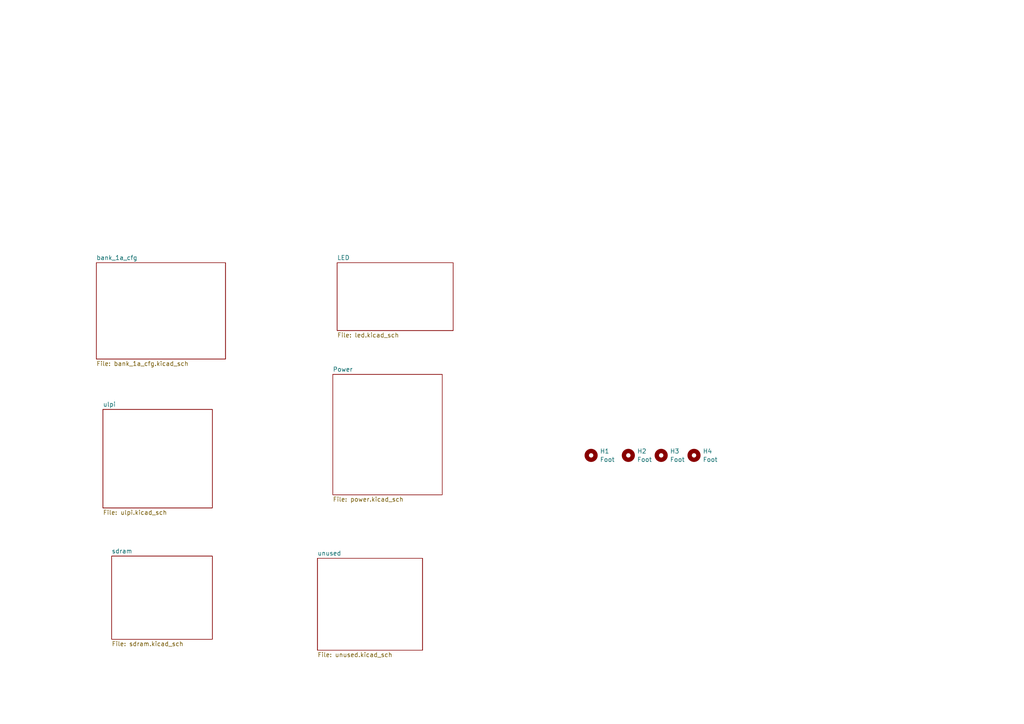
<source format=kicad_sch>
(kicad_sch (version 20230121) (generator eeschema)
  (paper "A4")
  (lib_symbols
    (symbol "Mechanical:MountingHole" (pin_names (offset 1.016))
      (property "Reference" "H" (at 0 5.08 0))
      (property "Value" "MountingHole" (at 0 3.175 0))
      (symbol "MountingHole_0_1"
        (circle (center 0 0) (radius 1.27) (stroke (width 1.27)))
      )
    )
  )
  (symbol (lib_id "Mechanical:MountingHole") (at 191.77 132.08 0) (unit 1)
    (property "Reference" "H3" (at 194.31 130.8679 0) (effects (justify left)))
    (property "Value" "Foot" (at 194.31 133.2921 0) (effects (justify left)))
    (property "Footprint" "proj_footprints:foot_ff-13" (effects hide))
  )
  (symbol (lib_id "Mechanical:MountingHole") (at 171.45 132.08 0) (unit 1)
    (property "Reference" "H1" (at 173.99 130.8679 0) (effects (justify left)))
    (property "Value" "Foot" (at 173.99 133.2921 0) (effects (justify left)))
    (property "Footprint" "proj_footprints:foot_ff-13" (effects hide))
  )
  (symbol (lib_id "Mechanical:MountingHole") (at 201.295 132.08 0) (unit 1)
    (property "Reference" "H4" (at 203.835 130.8679 0) (effects (justify left)))
    (property "Value" "Foot" (at 203.835 133.2921 0) (effects (justify left)))
    (property "Footprint" "proj_footprints:foot_ff-13" (effects hide))
  )
  (symbol (lib_id "Mechanical:MountingHole") (at 182.245 132.08 0) (unit 1)
    (property "Reference" "H2" (at 184.785 130.8679 0) (effects (justify left)))
    (property "Value" "Foot" (at 184.785 133.2921 0) (effects (justify left)))
    (property "Footprint" "proj_footprints:foot_ff-13" (effects hide))
  )
  (sheet (at 96.52 108.585) (size 31.75 34.925) (stroke (width 0.1524))
    (property "Sheetname" "Power" (at 96.52 107.8734 0) (effects (justify left bottom)))
    (property "Sheetfile" "power.kicad_sch" (at 96.52 144.0946 0) (effects (justify left top)))
  )
  (sheet (at 32.385 161.29) (size 29.21 24.13) (stroke (width 0.1524))
    (property "Sheetname" "sdram" (at 32.385 160.5784 0) (effects (justify left bottom)))
    (property "Sheetfile" "sdram.kicad_sch" (at 32.385 186.0046 0) (effects (justify left top)))
  )
  (sheet (at 29.845 118.745) (size 31.75 28.575) (stroke (width 0.1524))
    (property "Sheetname" "ulpi" (at 29.845 118.0334 0) (effects (justify left bottom)))
    (property "Sheetfile" "ulpi.kicad_sch" (at 29.845 147.9046 0) (effects (justify left top)))
  )
  (sheet (at 92.075 161.925) (size 30.48 26.67) (stroke (width 0.1524))
    (property "Sheetname" "unused" (at 92.075 161.2134 0) (effects (justify left bottom)))
    (property "Sheetfile" "unused.kicad_sch" (at 92.075 189.1796 0) (effects (justify left top)))
  )
  (sheet (at 27.94 76.2) (size 37.465 27.94) (stroke (width 0.1524))
    (property "Sheetname" "bank_1a_cfg" (at 27.94 75.4884 0) (effects (justify left bottom)))
    (property "Sheetfile" "bank_1a_cfg.kicad_sch" (at 27.94 104.7246 0) (effects (justify left top)))
  )
  (sheet (at 97.79 76.2) (size 33.655 19.685) (stroke (width 0.1524))
    (property "Sheetname" "LED" (at 97.79 75.4884 0) (effects (justify left bottom)))
    (property "Sheetfile" "led.kicad_sch" (at 97.79 96.4696 0) (effects (justify left top)))
  )
)
</source>
